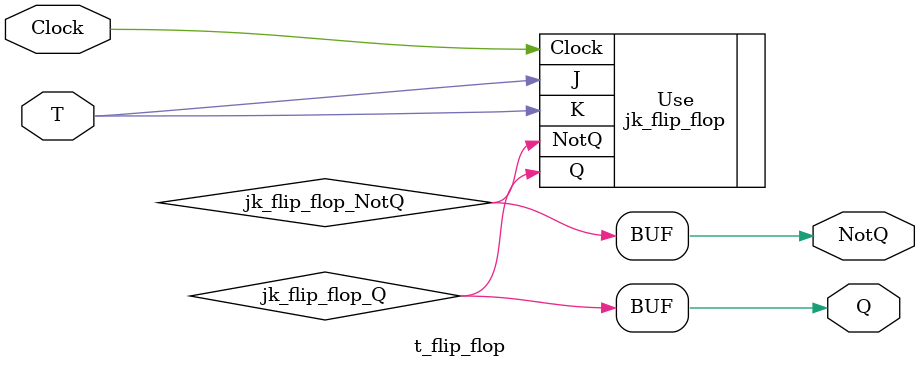
<source format=v>
module t_flip_flop(
    input T,
    input Clock,
    output Q,
    output NotQ
    );
       
    wire jk_flip_flop_Q;    
    wire jk_flip_flop_NotQ;    
        
    jk_flip_flop Use(
        .J(T),
        .K(T),
        .Clock(Clock),
        .Q(jk_flip_flop_Q),
        .NotQ(jk_flip_flop_NotQ)
    ); 

    assign Q = jk_flip_flop_Q;
    assign NotQ = jk_flip_flop_NotQ;
    
endmodule

</source>
